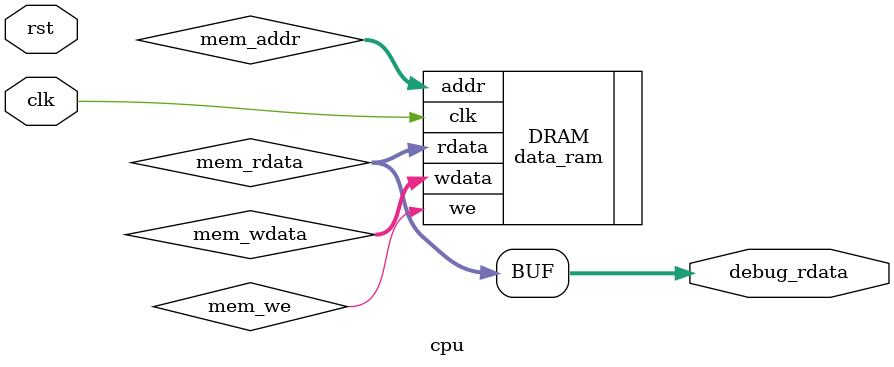
<source format=v>
module cpu(
  input         clk,
  input         rst,
  // ... other I/O ...
  output [31:0] debug_rdata
);
  // width matches ADDR_W
  wire        mem_we;
  wire [11:0] mem_addr;    // ADDR_W = 12 → 12-bit word address
  wire [31:0] mem_wdata;
  wire [31:0] mem_rdata;

  // Instance (module name must match definition: data_ram)
  data_ram #(
    .ADDR_W  (12),
    .INIT_HEX("data.hex")
  ) DRAM (
    .clk   (clk),
    .we    (mem_we),
    .addr  (mem_addr),
    .wdata (mem_wdata),
    .rdata (mem_rdata)
  );

  assign debug_rdata = mem_rdata;

  // ... rest of your CPU (PC, ROM, decoder, regfile, etc.) ...

endmodule



</source>
